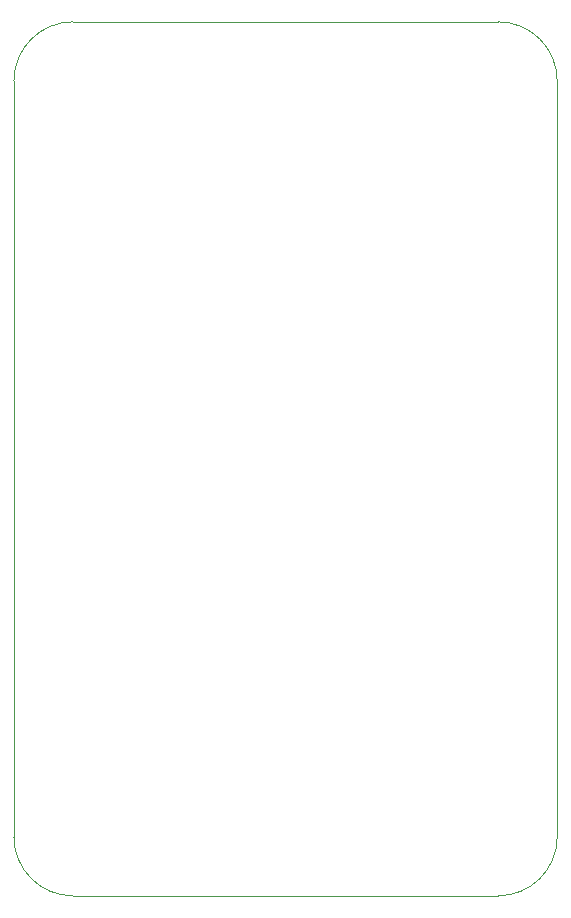
<source format=gbr>
%TF.GenerationSoftware,KiCad,Pcbnew,(6.0.9)*%
%TF.CreationDate,2023-01-09T11:29:15+10:00*%
%TF.ProjectId,OpenRetroPad,4f70656e-5265-4747-926f-5061642e6b69,rev?*%
%TF.SameCoordinates,Original*%
%TF.FileFunction,Profile,NP*%
%FSLAX46Y46*%
G04 Gerber Fmt 4.6, Leading zero omitted, Abs format (unit mm)*
G04 Created by KiCad (PCBNEW (6.0.9)) date 2023-01-09 11:29:15*
%MOMM*%
%LPD*%
G01*
G04 APERTURE LIST*
%TA.AperFunction,Profile*%
%ADD10C,0.050000*%
%TD*%
G04 APERTURE END LIST*
D10*
X0Y-69000000D02*
X36000000Y-69000000D01*
X41000000Y0D02*
G75*
G03*
X36000000Y5000000I-5000000J0D01*
G01*
X36000000Y5000000D02*
X0Y5000000D01*
X0Y5000000D02*
G75*
G03*
X-5000000Y0I0J-5000000D01*
G01*
X41000000Y-64000000D02*
X41000000Y0D01*
X-5000000Y0D02*
X-5000000Y-64000000D01*
X36000000Y-69000000D02*
G75*
G03*
X41000000Y-64000000I0J5000000D01*
G01*
X-5000000Y-64000000D02*
G75*
G03*
X0Y-69000000I5000000J0D01*
G01*
M02*

</source>
